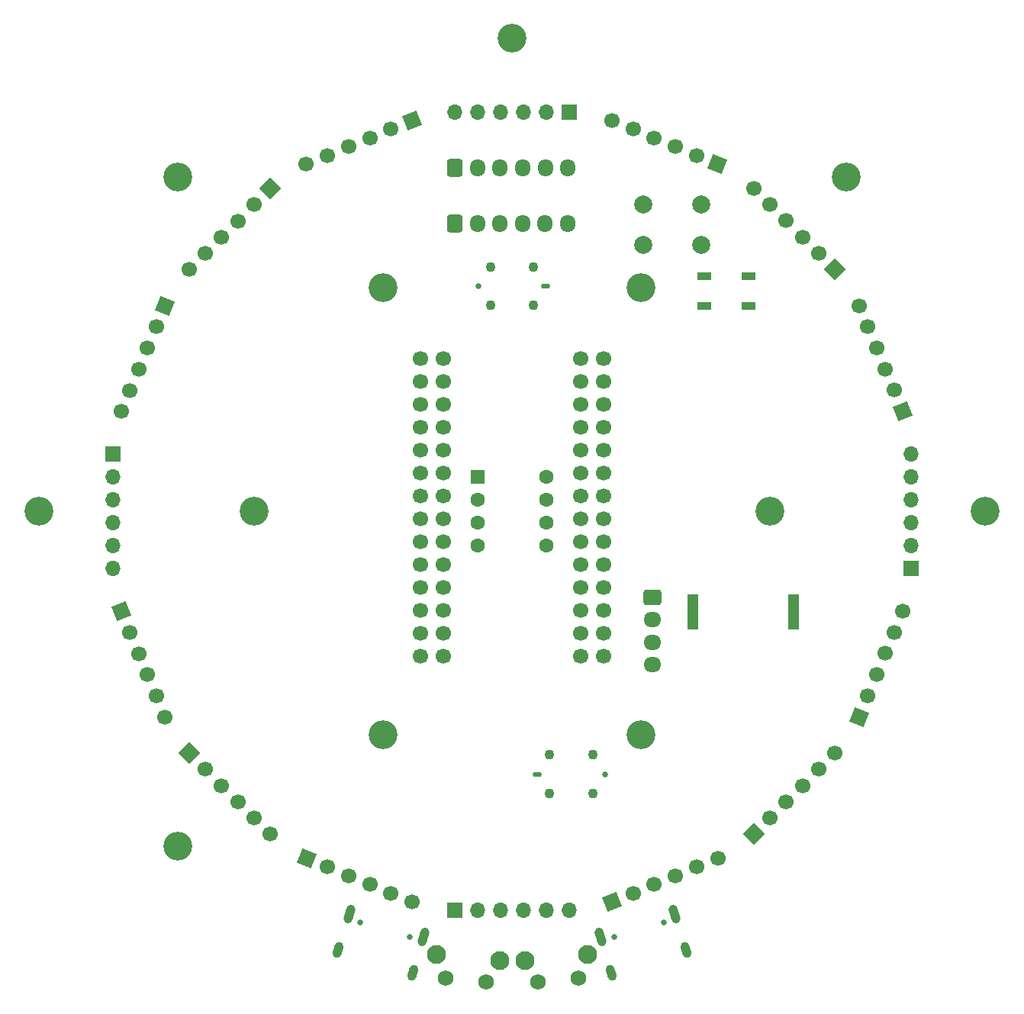
<source format=gbr>
%TF.GenerationSoftware,KiCad,Pcbnew,7.0.11*%
%TF.CreationDate,2025-01-20T01:56:26+09:00*%
%TF.ProjectId,Main,4d61696e-2e6b-4696-9361-645f70636258,rev?*%
%TF.SameCoordinates,Original*%
%TF.FileFunction,Soldermask,Top*%
%TF.FilePolarity,Negative*%
%FSLAX46Y46*%
G04 Gerber Fmt 4.6, Leading zero omitted, Abs format (unit mm)*
G04 Created by KiCad (PCBNEW 7.0.11) date 2025-01-20 01:56:26*
%MOMM*%
%LPD*%
G01*
G04 APERTURE LIST*
G04 Aperture macros list*
%AMRoundRect*
0 Rectangle with rounded corners*
0 $1 Rounding radius*
0 $2 $3 $4 $5 $6 $7 $8 $9 X,Y pos of 4 corners*
0 Add a 4 corners polygon primitive as box body*
4,1,4,$2,$3,$4,$5,$6,$7,$8,$9,$2,$3,0*
0 Add four circle primitives for the rounded corners*
1,1,$1+$1,$2,$3*
1,1,$1+$1,$4,$5*
1,1,$1+$1,$6,$7*
1,1,$1+$1,$8,$9*
0 Add four rect primitives between the rounded corners*
20,1,$1+$1,$2,$3,$4,$5,0*
20,1,$1+$1,$4,$5,$6,$7,0*
20,1,$1+$1,$6,$7,$8,$9,0*
20,1,$1+$1,$8,$9,$2,$3,0*%
%AMHorizOval*
0 Thick line with rounded ends*
0 $1 width*
0 $2 $3 position (X,Y) of the first rounded end (center of the circle)*
0 $4 $5 position (X,Y) of the second rounded end (center of the circle)*
0 Add line between two ends*
20,1,$1,$2,$3,$4,$5,0*
0 Add two circle primitives to create the rounded ends*
1,1,$1,$2,$3*
1,1,$1,$4,$5*%
%AMRotRect*
0 Rectangle, with rotation*
0 The origin of the aperture is its center*
0 $1 length*
0 $2 width*
0 $3 Rotation angle, in degrees counterclockwise*
0 Add horizontal line*
21,1,$1,$2,0,0,$3*%
G04 Aperture macros list end*
%ADD10C,3.200000*%
%ADD11C,2.000000*%
%ADD12RoundRect,0.250000X-0.725000X0.600000X-0.725000X-0.600000X0.725000X-0.600000X0.725000X0.600000X0*%
%ADD13O,1.950000X1.700000*%
%ADD14R,1.200000X4.000000*%
%ADD15R,1.600000X1.600000*%
%ADD16C,1.600000*%
%ADD17R,1.500000X0.900000*%
%ADD18C,1.700000*%
%ADD19RotRect,1.700000X1.700000X135.000000*%
%ADD20HorizOval,1.700000X0.000000X0.000000X0.000000X0.000000X0*%
%ADD21R,1.700000X1.700000*%
%ADD22O,1.700000X1.700000*%
%ADD23RotRect,1.700000X1.700000X315.000000*%
%ADD24HorizOval,1.700000X0.000000X0.000000X0.000000X0.000000X0*%
%ADD25C,0.650000*%
%ADD26HorizOval,1.000000X-0.116114X0.382776X0.116114X-0.382776X0*%
%ADD27HorizOval,1.000000X-0.159657X0.526317X0.159657X-0.526317X0*%
%ADD28C,2.100000*%
%ADD29C,1.750000*%
%ADD30RotRect,1.700000X1.700000X337.500000*%
%ADD31HorizOval,1.700000X0.000000X0.000000X0.000000X0.000000X0*%
%ADD32RoundRect,0.250000X-0.600000X-0.725000X0.600000X-0.725000X0.600000X0.725000X-0.600000X0.725000X0*%
%ADD33O,1.700000X1.950000*%
%ADD34RotRect,1.700000X1.700000X157.500000*%
%ADD35HorizOval,1.700000X0.000000X0.000000X0.000000X0.000000X0*%
%ADD36C,0.660000*%
%ADD37O,1.000000X0.580000*%
%ADD38C,1.100000*%
%ADD39RotRect,1.700000X1.700000X292.500000*%
%ADD40HorizOval,1.700000X0.000000X0.000000X0.000000X0.000000X0*%
%ADD41HorizOval,1.000000X0.116114X0.382776X-0.116114X-0.382776X0*%
%ADD42HorizOval,1.000000X0.159657X0.526317X-0.159657X-0.526317X0*%
%ADD43RotRect,1.700000X1.700000X225.000000*%
%ADD44HorizOval,1.700000X0.000000X0.000000X0.000000X0.000000X0*%
%ADD45RotRect,1.700000X1.700000X247.500000*%
%ADD46HorizOval,1.700000X0.000000X0.000000X0.000000X0.000000X0*%
%ADD47RotRect,1.700000X1.700000X22.500000*%
%ADD48HorizOval,1.700000X0.000000X0.000000X0.000000X0.000000X0*%
%ADD49RotRect,1.700000X1.700000X112.500000*%
%ADD50HorizOval,1.700000X0.000000X0.000000X0.000000X0.000000X0*%
%ADD51RotRect,1.700000X1.700000X67.500000*%
%ADD52HorizOval,1.700000X0.000000X0.000000X0.000000X0.000000X0*%
%ADD53RotRect,1.700000X1.700000X202.500000*%
%ADD54HorizOval,1.700000X0.000000X0.000000X0.000000X0.000000X0*%
%ADD55RotRect,1.700000X1.700000X45.000000*%
%ADD56HorizOval,1.700000X0.000000X0.000000X0.000000X0.000000X0*%
G04 APERTURE END LIST*
D10*
%TO.C,REF\u002A\u002A*%
X189550000Y-64490000D03*
%TD*%
%TO.C,REF\u002A\u002A*%
X99920000Y-101600000D03*
%TD*%
D11*
%TO.C,SW3*%
X173460000Y-72020000D03*
X166960000Y-72020000D03*
X173460000Y-67520000D03*
X166960000Y-67520000D03*
%TD*%
D10*
%TO.C,REF\u002A\u002A*%
X115300000Y-64480000D03*
%TD*%
%TO.C,REF\u002A\u002A*%
X166760000Y-126410000D03*
%TD*%
%TO.C,REF\u002A\u002A*%
X204920000Y-101600000D03*
%TD*%
%TO.C,REF\u002A\u002A*%
X181080000Y-101590000D03*
%TD*%
D12*
%TO.C,J21*%
X167975000Y-111130000D03*
D13*
X167975000Y-113630000D03*
X167975000Y-116130000D03*
X167975000Y-118630000D03*
%TD*%
D10*
%TO.C,REF\u002A\u002A*%
X115310000Y-138720000D03*
%TD*%
%TO.C,REF\u002A\u002A*%
X138090000Y-76790000D03*
%TD*%
%TO.C,REF\u002A\u002A*%
X138100000Y-126400000D03*
%TD*%
D14*
%TO.C,BZ1*%
X172454000Y-112776000D03*
X183654000Y-112776000D03*
%TD*%
D10*
%TO.C,REF\u002A\u002A*%
X166750000Y-76780000D03*
%TD*%
%TO.C,REF\u002A\u002A*%
X152420000Y-49100000D03*
%TD*%
D15*
%TO.C,U6*%
X148595000Y-97790000D03*
D16*
X148595000Y-100330000D03*
X148595000Y-102870000D03*
X148595000Y-105410000D03*
X156215000Y-105410000D03*
X156215000Y-102870000D03*
X156215000Y-100330000D03*
X156215000Y-97790000D03*
%TD*%
D17*
%TO.C,D1*%
X178640000Y-78780000D03*
X178640000Y-75480000D03*
X173740000Y-75480000D03*
X173740000Y-78780000D03*
%TD*%
D10*
%TO.C,REF\u002A\u002A*%
X123780000Y-101600000D03*
%TD*%
D18*
%TO.C,U5*%
X162560000Y-112570000D03*
X160020000Y-117650000D03*
X144780000Y-115110000D03*
X142240000Y-110030000D03*
X142240000Y-107490000D03*
X142240000Y-89710000D03*
X160020000Y-115110000D03*
X160020000Y-112570000D03*
X160020000Y-110030000D03*
X160020000Y-107490000D03*
X160020000Y-104950000D03*
X160020000Y-102410000D03*
X160020000Y-99870000D03*
X160020000Y-97330000D03*
X160020000Y-94790000D03*
X160020000Y-92250000D03*
X160020000Y-89710000D03*
X160020000Y-87170000D03*
X160020000Y-84630000D03*
X162560000Y-84630000D03*
X142240000Y-87170000D03*
X142240000Y-84630000D03*
X144780000Y-84630000D03*
X144780000Y-87170000D03*
X144780000Y-89710000D03*
X144780000Y-92250000D03*
X144780000Y-94790000D03*
X144780000Y-97330000D03*
X144780000Y-99870000D03*
X144780000Y-102410000D03*
X144780000Y-104950000D03*
X144780000Y-107490000D03*
X144780000Y-110030000D03*
X162560000Y-107490000D03*
X144780000Y-112570000D03*
X142240000Y-92250000D03*
X144780000Y-117650000D03*
X142240000Y-117650000D03*
X142240000Y-94790000D03*
X142240000Y-102410000D03*
X142240000Y-99870000D03*
X142240000Y-104950000D03*
X142240000Y-97330000D03*
X162560000Y-97330000D03*
X162560000Y-87170000D03*
X162560000Y-94790000D03*
X162560000Y-89710000D03*
X162560000Y-92250000D03*
X162560000Y-117650000D03*
X162560000Y-115110000D03*
X162560000Y-110030000D03*
X162560000Y-104950000D03*
X162560000Y-102410000D03*
X162560000Y-99870000D03*
X142240000Y-115110000D03*
X142240000Y-112570000D03*
%TD*%
D19*
%TO.C,J13*%
X125583433Y-65785280D03*
D20*
X123787382Y-67581331D03*
X121991331Y-69377382D03*
X120195279Y-71173434D03*
X118399228Y-72969485D03*
X116603177Y-74765536D03*
%TD*%
D21*
%TO.C,J2*%
X158770000Y-57295000D03*
D22*
X156230000Y-57295000D03*
X153690000Y-57295000D03*
X151150000Y-57295000D03*
X148610000Y-57295000D03*
X146070000Y-57295000D03*
%TD*%
D23*
%TO.C,J11*%
X179267352Y-137414462D03*
D24*
X181063403Y-135618411D03*
X182859454Y-133822360D03*
X184655506Y-132026308D03*
X186451557Y-130230257D03*
X188247608Y-128434206D03*
%TD*%
D25*
%TO.C,J1*%
X169278558Y-147185695D03*
X163747443Y-148863540D03*
D26*
X171715230Y-150292128D03*
D27*
X170501840Y-146292117D03*
D26*
X163447266Y-152800188D03*
D27*
X162233876Y-148800177D03*
%TD*%
D21*
%TO.C,J3*%
X196730264Y-107944480D03*
D22*
X196730264Y-105404480D03*
X196730264Y-102864480D03*
X196730264Y-100324480D03*
X196730264Y-97784480D03*
X196730264Y-95244480D03*
%TD*%
D28*
%TO.C,SW1*%
X144073727Y-150785737D03*
X151049972Y-151472837D03*
D29*
X145073645Y-153386268D03*
X149551976Y-153827345D03*
%TD*%
D30*
%TO.C,J7*%
X190929780Y-124416266D03*
D31*
X191901796Y-122069612D03*
X192873812Y-119722958D03*
X193845828Y-117376304D03*
X194817844Y-115029650D03*
X195789860Y-112682996D03*
%TD*%
D32*
%TO.C,J23*%
X146110000Y-63470000D03*
D33*
X148610000Y-63470000D03*
X151110000Y-63470000D03*
X153610000Y-63470000D03*
X156110000Y-63470000D03*
X158610000Y-63470000D03*
%TD*%
D34*
%TO.C,J9*%
X113921005Y-78783477D03*
D35*
X112948989Y-81130131D03*
X111976973Y-83476785D03*
X111004957Y-85823439D03*
X110032941Y-88170093D03*
X109060925Y-90516747D03*
%TD*%
D36*
%TO.C,J19*%
X162760000Y-130785000D03*
D37*
X155260000Y-130785000D03*
D38*
X161410000Y-132935000D03*
X161410000Y-128635000D03*
X156610000Y-132935000D03*
X156610000Y-128635000D03*
%TD*%
D39*
%TO.C,J16*%
X163518479Y-144960212D03*
D40*
X165865133Y-143988196D03*
X168211787Y-143016180D03*
X170558441Y-142044164D03*
X172905095Y-141072148D03*
X175251749Y-140100132D03*
%TD*%
D25*
%TO.C,J20*%
X141112161Y-148866215D03*
X135581046Y-147188370D03*
D41*
X141412338Y-152802863D03*
D42*
X142625728Y-148802852D03*
D41*
X133144374Y-150294803D03*
D42*
X134357764Y-146294792D03*
%TD*%
D43*
%TO.C,J12*%
X116610802Y-128441831D03*
D44*
X118406853Y-130237882D03*
X120202904Y-132033933D03*
X121998956Y-133829985D03*
X123795007Y-135626036D03*
X125591058Y-137422087D03*
%TD*%
D45*
%TO.C,J8*%
X129608998Y-140104259D03*
D46*
X131955652Y-141076275D03*
X134302306Y-142048291D03*
X136648960Y-143020307D03*
X138995614Y-143992323D03*
X141342268Y-144964339D03*
%TD*%
D21*
%TO.C,J5*%
X108120521Y-95255263D03*
D22*
X108120521Y-97795263D03*
X108120521Y-100335263D03*
X108120521Y-102875263D03*
X108120521Y-105415263D03*
X108120521Y-107955263D03*
%TD*%
D47*
%TO.C,J15*%
X195785733Y-90506785D03*
D48*
X194813717Y-88160131D03*
X193841701Y-85813477D03*
X192869685Y-83466823D03*
X191897669Y-81120169D03*
X190925653Y-78773515D03*
%TD*%
D49*
%TO.C,J18*%
X141332307Y-58239530D03*
D50*
X138985653Y-59211546D03*
X136638999Y-60183562D03*
X134292345Y-61155578D03*
X131945691Y-62127594D03*
X129599037Y-63099610D03*
%TD*%
D51*
%TO.C,J6*%
X175241786Y-63095484D03*
D52*
X172895132Y-62123468D03*
X170548478Y-61151452D03*
X168201824Y-60179436D03*
X165855170Y-59207420D03*
X163508516Y-58235404D03*
%TD*%
D21*
%TO.C,J4*%
X146080784Y-145904743D03*
D22*
X148620784Y-145904743D03*
X151160784Y-145904743D03*
X153700784Y-145904743D03*
X156240784Y-145904743D03*
X158780784Y-145904743D03*
%TD*%
D53*
%TO.C,J17*%
X109065052Y-112692958D03*
D54*
X110037068Y-115039612D03*
X111009084Y-117386266D03*
X111981100Y-119732920D03*
X112953116Y-122079574D03*
X113925132Y-124426228D03*
%TD*%
D28*
%TO.C,SW2*%
X153829887Y-151469973D03*
X160806132Y-150782873D03*
D29*
X155317931Y-153825462D03*
X159796262Y-153384385D03*
%TD*%
D36*
%TO.C,J14*%
X148680000Y-76610000D03*
D37*
X156180000Y-76610000D03*
D38*
X150030000Y-74460000D03*
X150030000Y-78760000D03*
X154830000Y-74460000D03*
X154830000Y-78760000D03*
%TD*%
D55*
%TO.C,J10*%
X188239983Y-74757912D03*
D56*
X186443932Y-72961861D03*
X184647881Y-71165810D03*
X182851829Y-69369758D03*
X181055778Y-67573707D03*
X179259727Y-65777656D03*
%TD*%
D32*
%TO.C,J22*%
X146100000Y-69660000D03*
D33*
X148600000Y-69660000D03*
X151100000Y-69660000D03*
X153600000Y-69660000D03*
X156100000Y-69660000D03*
X158600000Y-69660000D03*
%TD*%
M02*

</source>
